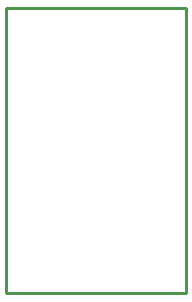
<source format=gbr>
G04 EAGLE Gerber RS-274X export*
G75*
%MOMM*%
%FSLAX34Y34*%
%LPD*%
%IN*%
%IPPOS*%
%AMOC8*
5,1,8,0,0,1.08239X$1,22.5*%
G01*
%ADD10C,0.254000*%


D10*
X0Y0D02*
X152400Y0D01*
X152400Y241300D01*
X0Y241300D01*
X0Y0D01*
M02*

</source>
